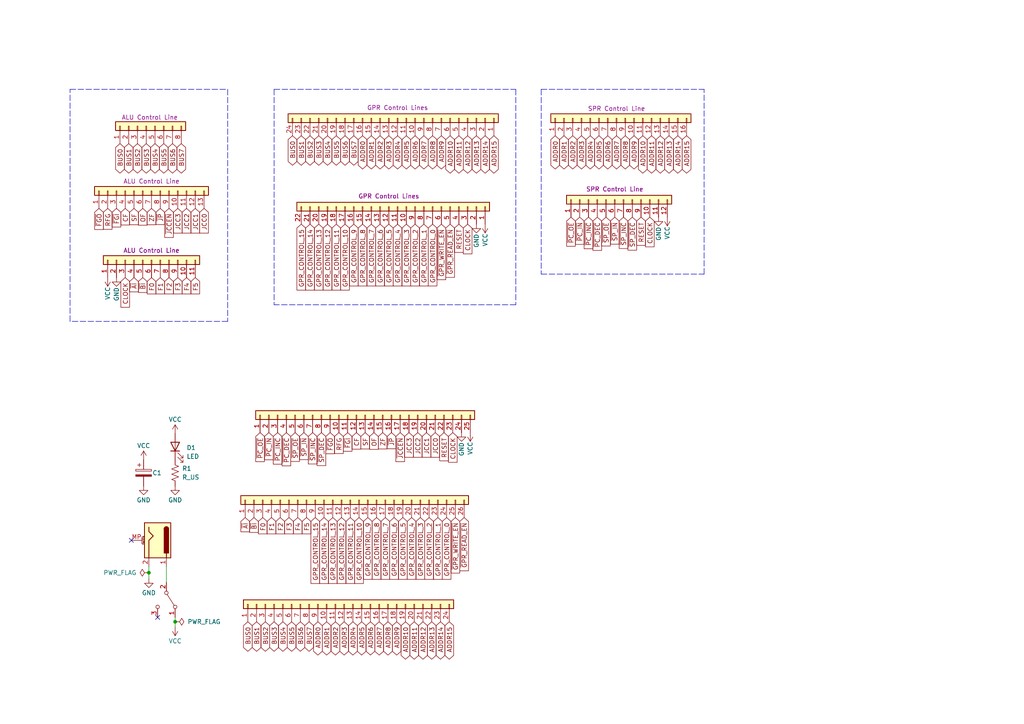
<source format=kicad_sch>
(kicad_sch (version 20211123) (generator eeschema)
  (paper "A4")
  (lib_symbols
    (symbol "Connector:Barrel_Jack_MountingPin" (pin_names hide)
      (property "Reference" "J" (at 0 5.334 0))
      (property "Value" "Barrel_Jack_MountingPin" (at 1.27 -6.35 0))
      (symbol "Barrel_Jack_MountingPin_1_1"
        (text "Mounting" (at 0 -4.191 0) (effects (font (size 0.381 0.381))))
        (pin passive line (at 7.62 2.54 180) (length 2.54) (name "~") (number "1"))
        (pin passive line (at 7.62 -2.54 180) (length 2.54) (name "~") (number "2"))
        (pin passive line (at 0 -7.62 90) (length 3.048) (name "MountPin") (number "MP"))
      )
    )
    (symbol "Connector_Generic:Conn_01x08" (pin_names (offset 1.016) hide)
      (property "Reference" "J" (at 0 10.16 0))
      (property "Value" "Conn_01x08" (at 0 -12.7 0))
      (symbol "Conn_01x08_1_1"
        (pin passive line (at -5.08 7.62 0) (length 3.81) (name "Pin_1") (number "1"))
        (pin passive line (at -5.08 5.08 0) (length 3.81) (name "Pin_2") (number "2"))
        (pin passive line (at -5.08 2.54 0) (length 3.81) (name "Pin_3") (number "3"))
        (pin passive line (at -5.08 0 0) (length 3.81) (name "Pin_4") (number "4"))
        (pin passive line (at -5.08 -2.54 0) (length 3.81) (name "Pin_5") (number "5"))
        (pin passive line (at -5.08 -5.08 0) (length 3.81) (name "Pin_6") (number "6"))
        (pin passive line (at -5.08 -7.62 0) (length 3.81) (name "Pin_7") (number "7"))
        (pin passive line (at -5.08 -10.16 0) (length 3.81) (name "Pin_8") (number "8"))
      )
    )
    (symbol "Connector_Generic:Conn_01x11" (pin_names (offset 1.016) hide)
      (property "Reference" "J" (at 0 15.24 0))
      (property "Value" "Conn_01x11" (at 0 -15.24 0))
      (symbol "Conn_01x11_1_1"
        (pin passive line (at -5.08 12.7 0) (length 3.81) (name "Pin_1") (number "1"))
        (pin passive line (at -5.08 -10.16 0) (length 3.81) (name "Pin_10") (number "10"))
        (pin passive line (at -5.08 -12.7 0) (length 3.81) (name "Pin_11") (number "11"))
        (pin passive line (at -5.08 10.16 0) (length 3.81) (name "Pin_2") (number "2"))
        (pin passive line (at -5.08 7.62 0) (length 3.81) (name "Pin_3") (number "3"))
        (pin passive line (at -5.08 5.08 0) (length 3.81) (name "Pin_4") (number "4"))
        (pin passive line (at -5.08 2.54 0) (length 3.81) (name "Pin_5") (number "5"))
        (pin passive line (at -5.08 0 0) (length 3.81) (name "Pin_6") (number "6"))
        (pin passive line (at -5.08 -2.54 0) (length 3.81) (name "Pin_7") (number "7"))
        (pin passive line (at -5.08 -5.08 0) (length 3.81) (name "Pin_8") (number "8"))
        (pin passive line (at -5.08 -7.62 0) (length 3.81) (name "Pin_9") (number "9"))
      )
    )
    (symbol "Connector_Generic:Conn_01x12" (pin_names (offset 1.016) hide)
      (property "Reference" "J" (at 0 15.24 0))
      (property "Value" "Conn_01x12" (at 0 -17.78 0))
      (symbol "Conn_01x12_1_1"
        (pin passive line (at -5.08 12.7 0) (length 3.81) (name "Pin_1") (number "1"))
        (pin passive line (at -5.08 -10.16 0) (length 3.81) (name "Pin_10") (number "10"))
        (pin passive line (at -5.08 -12.7 0) (length 3.81) (name "Pin_11") (number "11"))
        (pin passive line (at -5.08 -15.24 0) (length 3.81) (name "Pin_12") (number "12"))
        (pin passive line (at -5.08 10.16 0) (length 3.81) (name "Pin_2") (number "2"))
        (pin passive line (at -5.08 7.62 0) (length 3.81) (name "Pin_3") (number "3"))
        (pin passive line (at -5.08 5.08 0) (length 3.81) (name "Pin_4") (number "4"))
        (pin passive line (at -5.08 2.54 0) (length 3.81) (name "Pin_5") (number "5"))
        (pin passive line (at -5.08 0 0) (length 3.81) (name "Pin_6") (number "6"))
        (pin passive line (at -5.08 -2.54 0) (length 3.81) (name "Pin_7") (number "7"))
        (pin passive line (at -5.08 -5.08 0) (length 3.81) (name "Pin_8") (number "8"))
        (pin passive line (at -5.08 -7.62 0) (length 3.81) (name "Pin_9") (number "9"))
      )
    )
    (symbol "Connector_Generic:Conn_01x13" (pin_names (offset 1.016) hide)
      (property "Reference" "J" (at 0 17.78 0))
      (property "Value" "Conn_01x13" (at 0 -17.78 0))
      (symbol "Conn_01x13_1_1"
        (pin passive line (at -5.08 15.24 0) (length 3.81) (name "Pin_1") (number "1"))
        (pin passive line (at -5.08 -7.62 0) (length 3.81) (name "Pin_10") (number "10"))
        (pin passive line (at -5.08 -10.16 0) (length 3.81) (name "Pin_11") (number "11"))
        (pin passive line (at -5.08 -12.7 0) (length 3.81) (name "Pin_12") (number "12"))
        (pin passive line (at -5.08 -15.24 0) (length 3.81) (name "Pin_13") (number "13"))
        (pin passive line (at -5.08 12.7 0) (length 3.81) (name "Pin_2") (number "2"))
        (pin passive line (at -5.08 10.16 0) (length 3.81) (name "Pin_3") (number "3"))
        (pin passive line (at -5.08 7.62 0) (length 3.81) (name "Pin_4") (number "4"))
        (pin passive line (at -5.08 5.08 0) (length 3.81) (name "Pin_5") (number "5"))
        (pin passive line (at -5.08 2.54 0) (length 3.81) (name "Pin_6") (number "6"))
        (pin passive line (at -5.08 0 0) (length 3.81) (name "Pin_7") (number "7"))
        (pin passive line (at -5.08 -2.54 0) (length 3.81) (name "Pin_8") (number "8"))
        (pin passive line (at -5.08 -5.08 0) (length 3.81) (name "Pin_9") (number "9"))
      )
    )
    (symbol "Connector_Generic:Conn_01x16" (pin_names (offset 1.016) hide)
      (property "Reference" "J" (at 0 20.32 0))
      (property "Value" "Conn_01x16" (at 0 -22.86 0))
      (symbol "Conn_01x16_1_1"
        (pin passive line (at -5.08 17.78 0) (length 3.81) (name "Pin_1") (number "1"))
        (pin passive line (at -5.08 -5.08 0) (length 3.81) (name "Pin_10") (number "10"))
        (pin passive line (at -5.08 -7.62 0) (length 3.81) (name "Pin_11") (number "11"))
        (pin passive line (at -5.08 -10.16 0) (length 3.81) (name "Pin_12") (number "12"))
        (pin passive line (at -5.08 -12.7 0) (length 3.81) (name "Pin_13") (number "13"))
        (pin passive line (at -5.08 -15.24 0) (length 3.81) (name "Pin_14") (number "14"))
        (pin passive line (at -5.08 -17.78 0) (length 3.81) (name "Pin_15") (number "15"))
        (pin passive line (at -5.08 -20.32 0) (length 3.81) (name "Pin_16") (number "16"))
        (pin passive line (at -5.08 15.24 0) (length 3.81) (name "Pin_2") (number "2"))
        (pin passive line (at -5.08 12.7 0) (length 3.81) (name "Pin_3") (number "3"))
        (pin passive line (at -5.08 10.16 0) (length 3.81) (name "Pin_4") (number "4"))
        (pin passive line (at -5.08 7.62 0) (length 3.81) (name "Pin_5") (number "5"))
        (pin passive line (at -5.08 5.08 0) (length 3.81) (name "Pin_6") (number "6"))
        (pin passive line (at -5.08 2.54 0) (length 3.81) (name "Pin_7") (number "7"))
        (pin passive line (at -5.08 0 0) (length 3.81) (name "Pin_8") (number "8"))
        (pin passive line (at -5.08 -2.54 0) (length 3.81) (name "Pin_9") (number "9"))
      )
    )
    (symbol "Connector_Generic:Conn_01x22" (pin_names (offset 1.016) hide)
      (property "Reference" "J" (at 0 27.94 0))
      (property "Value" "Conn_01x22" (at 0 -30.48 0))
      (symbol "Conn_01x22_1_1"
        (pin passive line (at -5.08 25.4 0) (length 3.81) (name "Pin_1") (number "1"))
        (pin passive line (at -5.08 2.54 0) (length 3.81) (name "Pin_10") (number "10"))
        (pin passive line (at -5.08 0 0) (length 3.81) (name "Pin_11") (number "11"))
        (pin passive line (at -5.08 -2.54 0) (length 3.81) (name "Pin_12") (number "12"))
        (pin passive line (at -5.08 -5.08 0) (length 3.81) (name "Pin_13") (number "13"))
        (pin passive line (at -5.08 -7.62 0) (length 3.81) (name "Pin_14") (number "14"))
        (pin passive line (at -5.08 -10.16 0) (length 3.81) (name "Pin_15") (number "15"))
        (pin passive line (at -5.08 -12.7 0) (length 3.81) (name "Pin_16") (number "16"))
        (pin passive line (at -5.08 -15.24 0) (length 3.81) (name "Pin_17") (number "17"))
        (pin passive line (at -5.08 -17.78 0) (length 3.81) (name "Pin_18") (number "18"))
        (pin passive line (at -5.08 -20.32 0) (length 3.81) (name "Pin_19") (number "19"))
        (pin passive line (at -5.08 22.86 0) (length 3.81) (name "Pin_2") (number "2"))
        (pin passive line (at -5.08 -22.86 0) (length 3.81) (name "Pin_20") (number "20"))
        (pin passive line (at -5.08 -25.4 0) (length 3.81) (name "Pin_21") (number "21"))
        (pin passive line (at -5.08 -27.94 0) (length 3.81) (name "Pin_22") (number "22"))
        (pin passive line (at -5.08 20.32 0) (length 3.81) (name "Pin_3") (number "3"))
        (pin passive line (at -5.08 17.78 0) (length 3.81) (name "Pin_4") (number "4"))
        (pin passive line (at -5.08 15.24 0) (length 3.81) (name "Pin_5") (number "5"))
        (pin passive line (at -5.08 12.7 0) (length 3.81) (name "Pin_6") (number "6"))
        (pin passive line (at -5.08 10.16 0) (length 3.81) (name "Pin_7") (number "7"))
        (pin passive line (at -5.08 7.62 0) (length 3.81) (name "Pin_8") (number "8"))
        (pin passive line (at -5.08 5.08 0) (length 3.81) (name "Pin_9") (number "9"))
      )
    )
    (symbol "Connector_Generic:Conn_01x24" (pin_names (offset 1.016) hide)
      (property "Reference" "J" (at 0 30.48 0))
      (property "Value" "Conn_01x24" (at 0 -33.02 0))
      (symbol "Conn_01x24_1_1"
        (pin passive line (at -5.08 27.94 0) (length 3.81) (name "Pin_1") (number "1"))
        (pin passive line (at -5.08 5.08 0) (length 3.81) (name "Pin_10") (number "10"))
        (pin passive line (at -5.08 2.54 0) (length 3.81) (name "Pin_11") (number "11"))
        (pin passive line (at -5.08 0 0) (length 3.81) (name "Pin_12") (number "12"))
        (pin passive line (at -5.08 -2.54 0) (length 3.81) (name "Pin_13") (number "13"))
        (pin passive line (at -5.08 -5.08 0) (length 3.81) (name "Pin_14") (number "14"))
        (pin passive line (at -5.08 -7.62 0) (length 3.81) (name "Pin_15") (number "15"))
        (pin passive line (at -5.08 -10.16 0) (length 3.81) (name "Pin_16") (number "16"))
        (pin passive line (at -5.08 -12.7 0) (length 3.81) (name "Pin_17") (number "17"))
        (pin passive line (at -5.08 -15.24 0) (length 3.81) (name "Pin_18") (number "18"))
        (pin passive line (at -5.08 -17.78 0) (length 3.81) (name "Pin_19") (number "19"))
        (pin passive line (at -5.08 25.4 0) (length 3.81) (name "Pin_2") (number "2"))
        (pin passive line (at -5.08 -20.32 0) (length 3.81) (name "Pin_20") (number "20"))
        (pin passive line (at -5.08 -22.86 0) (length 3.81) (name "Pin_21") (number "21"))
        (pin passive line (at -5.08 -25.4 0) (length 3.81) (name "Pin_22") (number "22"))
        (pin passive line (at -5.08 -27.94 0) (length 3.81) (name "Pin_23") (number "23"))
        (pin passive line (at -5.08 -30.48 0) (length 3.81) (name "Pin_24") (number "24"))
        (pin passive line (at -5.08 22.86 0) (length 3.81) (name "Pin_3") (number "3"))
        (pin passive line (at -5.08 20.32 0) (length 3.81) (name "Pin_4") (number "4"))
        (pin passive line (at -5.08 17.78 0) (length 3.81) (name "Pin_5") (number "5"))
        (pin passive line (at -5.08 15.24 0) (length 3.81) (name "Pin_6") (number "6"))
        (pin passive line (at -5.08 12.7 0) (length 3.81) (name "Pin_7") (number "7"))
        (pin passive line (at -5.08 10.16 0) (length 3.81) (name "Pin_8") (number "8"))
        (pin passive line (at -5.08 7.62 0) (length 3.81) (name "Pin_9") (number "9"))
      )
    )
    (symbol "Connector_Generic:Conn_01x25" (pin_names (offset 1.016) hide)
      (property "Reference" "J" (at 0 33.02 0))
      (property "Value" "Conn_01x25" (at 0 -33.02 0))
      (symbol "Conn_01x25_1_1"
        (pin passive line (at -5.08 30.48 0) (length 3.81) (name "Pin_1") (number "1"))
        (pin passive line (at -5.08 7.62 0) (length 3.81) (name "Pin_10") (number "10"))
        (pin passive line (at -5.08 5.08 0) (length 3.81) (name "Pin_11") (number "11"))
        (pin passive line (at -5.08 2.54 0) (length 3.81) (name "Pin_12") (number "12"))
        (pin passive line (at -5.08 0 0) (length 3.81) (name "Pin_13") (number "13"))
        (pin passive line (at -5.08 -2.54 0) (length 3.81) (name "Pin_14") (number "14"))
        (pin passive line (at -5.08 -5.08 0) (length 3.81) (name "Pin_15") (number "15"))
        (pin passive line (at -5.08 -7.62 0) (length 3.81) (name "Pin_16") (number "16"))
        (pin passive line (at -5.08 -10.16 0) (length 3.81) (name "Pin_17") (number "17"))
        (pin passive line (at -5.08 -12.7 0) (length 3.81) (name "Pin_18") (number "18"))
        (pin passive line (at -5.08 -15.24 0) (length 3.81) (name "Pin_19") (number "19"))
        (pin passive line (at -5.08 27.94 0) (length 3.81) (name "Pin_2") (number "2"))
        (pin passive line (at -5.08 -17.78 0) (length 3.81) (name "Pin_20") (number "20"))
        (pin passive line (at -5.08 -20.32 0) (length 3.81) (name "Pin_21") (number "21"))
        (pin passive line (at -5.08 -22.86 0) (length 3.81) (name "Pin_22") (number "22"))
        (pin passive line (at -5.08 -25.4 0) (length 3.81) (name "Pin_23") (number "23"))
        (pin passive line (at -5.08 -27.94 0) (length 3.81) (name "Pin_24") (number "24"))
        (pin passive line (at -5.08 -30.48 0) (length 3.81) (name "Pin_25") (number "25"))
        (pin passive line (at -5.08 25.4 0) (length 3.81) (name "Pin_3") (number "3"))
        (pin passive line (at -5.08 22.86 0) (length 3.81) (name "Pin_4") (number "4"))
        (pin passive line (at -5.08 20.32 0) (length 3.81) (name "Pin_5") (number "5"))
        (pin passive line (at -5.08 17.78 0) (length 3.81) (name "Pin_6") (number "6"))
        (pin passive line (at -5.08 15.24 0) (length 3.81) (name "Pin_7") (number "7"))
        (pin passive line (at -5.08 12.7 0) (length 3.81) (name "Pin_8") (number "8"))
        (pin passive line (at -5.08 10.16 0) (length 3.81) (name "Pin_9") (number "9"))
      )
    )
    (symbol "Connector_Generic:Conn_01x26" (pin_names (offset 1.016) hide)
      (property "Reference" "J" (at 0 33.02 0))
      (property "Value" "Conn_01x26" (at 0 -35.56 0))
      (symbol "Conn_01x26_1_1"
        (pin passive line (at -5.08 30.48 0) (length 3.81) (name "Pin_1") (number "1"))
        (pin passive line (at -5.08 7.62 0) (length 3.81) (name "Pin_10") (number "10"))
        (pin passive line (at -5.08 5.08 0) (length 3.81) (name "Pin_11") (number "11"))
        (pin passive line (at -5.08 2.54 0) (length 3.81) (name "Pin_12") (number "12"))
        (pin passive line (at -5.08 0 0) (length 3.81) (name "Pin_13") (number "13"))
        (pin passive line (at -5.08 -2.54 0) (length 3.81) (name "Pin_14") (number "14"))
        (pin passive line (at -5.08 -5.08 0) (length 3.81) (name "Pin_15") (number "15"))
        (pin passive line (at -5.08 -7.62 0) (length 3.81) (name "Pin_16") (number "16"))
        (pin passive line (at -5.08 -10.16 0) (length 3.81) (name "Pin_17") (number "17"))
        (pin passive line (at -5.08 -12.7 0) (length 3.81) (name "Pin_18") (number "18"))
        (pin passive line (at -5.08 -15.24 0) (length 3.81) (name "Pin_19") (number "19"))
        (pin passive line (at -5.08 27.94 0) (length 3.81) (name "Pin_2") (number "2"))
        (pin passive line (at -5.08 -17.78 0) (length 3.81) (name "Pin_20") (number "20"))
        (pin passive line (at -5.08 -20.32 0) (length 3.81) (name "Pin_21") (number "21"))
        (pin passive line (at -5.08 -22.86 0) (length 3.81) (name "Pin_22") (number "22"))
        (pin passive line (at -5.08 -25.4 0) (length 3.81) (name "Pin_23") (number "23"))
        (pin passive line (at -5.08 -27.94 0) (length 3.81) (name "Pin_24") (number "24"))
        (pin passive line (at -5.08 -30.48 0) (length 3.81) (name "Pin_25") (number "25"))
        (pin passive line (at -5.08 -33.02 0) (length 3.81) (name "Pin_26") (number "26"))
        (pin passive line (at -5.08 25.4 0) (length 3.81) (name "Pin_3") (number "3"))
        (pin passive line (at -5.08 22.86 0) (length 3.81) (name "Pin_4") (number "4"))
        (pin passive line (at -5.08 20.32 0) (length 3.81) (name "Pin_5") (number "5"))
        (pin passive line (at -5.08 17.78 0) (length 3.81) (name "Pin_6") (number "6"))
        (pin passive line (at -5.08 15.24 0) (length 3.81) (name "Pin_7") (number "7"))
        (pin passive line (at -5.08 12.7 0) (length 3.81) (name "Pin_8") (number "8"))
        (pin passive line (at -5.08 10.16 0) (length 3.81) (name "Pin_9") (number "9"))
      )
    )
    (symbol "Device:C_Polarized" (pin_numbers hide) (pin_names (offset 0.254))
      (property "Reference" "C" (at 0.635 2.54 0))
      (property "Value" "C_Polarized" (at 0.635 -2.54 0))
      (symbol "C_Polarized_1_1"
        (pin passive line (at 0 3.81 270) (length 2.794) (name "~") (number "1"))
        (pin passive line (at 0 -3.81 90) (length 2.794) (name "~") (number "2"))
      )
    )
    (symbol "Device:LED" (pin_numbers hide) (pin_names (offset 1.016) hide)
      (property "Reference" "D" (at 0 2.54 0))
      (property "Value" "LED" (at 0 -2.54 0))
      (symbol "LED_1_1"
        (pin passive line (at -3.81 0 0) (length 2.54) (name "K") (number "1"))
        (pin passive line (at 3.81 0 180) (length 2.54) (name "A") (number "2"))
      )
    )
    (symbol "Device:R_US" (pin_numbers hide) (pin_names (offset 0))
      (property "Reference" "R" (at 2.54 0 90))
      (property "Value" "R_US" (at -2.54 0 90))
      (symbol "R_US_1_1"
        (pin passive line (at 0 3.81 270) (length 1.27) (name "~") (number "1"))
        (pin passive line (at 0 -3.81 90) (length 1.27) (name "~") (number "2"))
      )
    )
    (symbol "Switch:SW_DPDT_x2" (pin_names (offset 0) hide)
      (property "Reference" "SW" (at 0 4.318 0))
      (property "Value" "SW_DPDT_x2" (at 0 -5.08 0))
      (symbol "SW_DPDT_x2_1_1"
        (pin passive line (at 5.08 2.54 180) (length 2.54) (name "A") (number "1"))
        (pin passive line (at -5.08 0 0) (length 2.54) (name "B") (number "2"))
        (pin passive line (at 5.08 -2.54 180) (length 2.54) (name "C") (number "3"))
      )
      (symbol "SW_DPDT_x2_2_1"
        (pin passive line (at 5.08 2.54 180) (length 2.54) (name "A") (number "4"))
        (pin passive line (at -5.08 0 0) (length 2.54) (name "B") (number "5"))
        (pin passive line (at 5.08 -2.54 180) (length 2.54) (name "C") (number "6"))
      )
    )
    (symbol "power:GND" (power) (pin_names (offset 0))
      (property "Value" "GND" (at 0 -3.81 0))
      (symbol "GND_1_1"
        (pin power_in line (at 0 0 270) (length 0) hide (name "GND") (number "1"))
      )
    )
    (symbol "power:PWR_FLAG" (power) (pin_numbers hide) (pin_names (offset 0) hide)
      (property "Value" "PWR_FLAG" (at 0 3.81 0))
      (symbol "PWR_FLAG_0_0"
        (pin power_out line (at 0 0 90) (length 0) (name "pwr") (number "1"))
      )
    )
    (symbol "power:VCC" (power) (pin_names (offset 0))
      (property "Value" "VCC" (at 0 3.81 0))
      (symbol "VCC_1_1"
        (pin power_in line (at 0 0 90) (length 0) hide (name "VCC") (number "1"))
      )
    )
  )
  (junction (at 43.18 166.116))
  (junction (at 50.8 180.34))
  (no_connect (at 38.1 156.718))
  (no_connect (at 45.72 179.07))
  (wire (pts (xy 50.8 180.34) (xy 50.8 181.864)))
  (polyline (pts (xy 79.502 25.908) (xy 79.502 88.392)))
  (polyline (pts (xy 156.972 25.908) (xy 204.216 25.908)))
  (wire (pts (xy 50.8 179.07) (xy 50.8 180.34)))
  (polyline (pts (xy 156.972 79.502) (xy 204.216 79.502)))
  (wire (pts (xy 43.18 166.116) (xy 43.18 167.894)))
  (polyline (pts (xy 20.32 93.218) (xy 20.32 25.908)))
  (polyline (pts (xy 204.216 79.502) (xy 204.216 25.908)))
  (wire (pts (xy 43.18 164.338) (xy 43.18 166.116)))
  (polyline (pts (xy 20.32 25.908) (xy 66.04 25.908)))
  (polyline (pts (xy 79.502 25.908) (xy 149.606 25.908)))
  (polyline (pts (xy 149.606 25.908) (xy 149.606 88.392)))
  (polyline (pts (xy 156.972 25.908) (xy 156.972 79.502)))
  (polyline (pts (xy 149.606 88.392) (xy 79.502 88.392)))
  (polyline (pts (xy 66.04 93.218) (xy 20.32 93.218)))
  (polyline (pts (xy 66.04 25.908) (xy 66.04 93.218)))
  (wire (pts (xy 48.26 164.338) (xy 48.26 168.91)))
  (global_label "ADDR6" (shape tri_state) (at 176.276 39.37 270) (property "Intersheet References" "${INTERSHEET_REFS}" (effects hide)))
  (global_label "~{SP_DEC}" (shape input) (at 93.218 125.476 270) (property "Intersheet References" "${INTERSHEET_REFS}" (effects hide)))
  (global_label "~{GPR_WRITE_EN}" (shape input) (at 128.016 65.024 270) (property "Intersheet References" "${INTERSHEET_REFS}" (effects hide)))
  (global_label "ADDR2" (shape tri_state) (at 110.236 39.37 270) (property "Intersheet References" "${INTERSHEET_REFS}" (effects hide)))
  (global_label "~{JCCEN}" (shape input) (at 49.022 60.452 270) (property "Intersheet References" "${INTERSHEET_REFS}" (effects hide)))
  (global_label "JCC1" (shape input) (at 56.642 60.452 270) (property "Intersheet References" "${INTERSHEET_REFS}" (effects hide)))
  (global_label "BUS6" (shape tri_state) (at 50.038 41.656 270) (property "Intersheet References" "${INTERSHEET_REFS}" (effects hide)))
  (global_label "GPR_CONTROL_5" (shape input) (at 112.776 65.024 270) (property "Intersheet References" "${INTERSHEET_REFS}" (effects hide)))
  (global_label "~{PC_INC}" (shape input) (at 170.688 62.992 270) (property "Intersheet References" "${INTERSHEET_REFS}" (effects hide)))
  (global_label "~{SP_INC}" (shape input) (at 90.678 125.476 270) (property "Intersheet References" "${INTERSHEET_REFS}" (effects hide)))
  (global_label "~{FGI}" (shape input) (at 100.838 125.476 270) (property "Intersheet References" "${INTERSHEET_REFS}" (effects hide)))
  (global_label "ADDR14" (shape tri_state) (at 140.716 39.37 270) (property "Intersheet References" "${INTERSHEET_REFS}" (effects hide)))
  (global_label "ADDR15" (shape tri_state) (at 199.136 39.37 270) (property "Intersheet References" "${INTERSHEET_REFS}" (effects hide)))
  (global_label "JCC0" (shape input) (at 59.182 60.452 270) (property "Intersheet References" "${INTERSHEET_REFS}" (effects hide)))
  (global_label "RESET" (shape input) (at 185.928 62.992 270) (property "Intersheet References" "${INTERSHEET_REFS}" (effects hide)))
  (global_label "ZF" (shape input) (at 110.998 125.476 270) (property "Intersheet References" "${INTERSHEET_REFS}" (effects hide)))
  (global_label "JCC0" (shape input) (at 126.238 125.476 270) (property "Intersheet References" "${INTERSHEET_REFS}" (effects hide)))
  (global_label "ADDR11" (shape tri_state) (at 120.142 180.34 270) (property "Intersheet References" "${INTERSHEET_REFS}" (effects hide)))
  (global_label "GPR_CONTROL_14" (shape input) (at 89.916 65.024 270) (property "Intersheet References" "${INTERSHEET_REFS}" (effects hide)))
  (global_label "~{FGO}" (shape input) (at 95.758 125.476 270) (property "Intersheet References" "${INTERSHEET_REFS}" (effects hide)))
  (global_label "GPR_CONTROL_12" (shape input) (at 99.06 150.114 270) (property "Intersheet References" "${INTERSHEET_REFS}" (effects hide)))
  (global_label "ADDR6" (shape tri_state) (at 107.442 180.34 270) (property "Intersheet References" "${INTERSHEET_REFS}" (effects hide)))
  (global_label "CLOCK" (shape input) (at 135.636 65.024 270) (property "Intersheet References" "${INTERSHEET_REFS}" (effects hide)))
  (global_label "~{JP}" (shape input) (at 46.482 60.452 270) (property "Intersheet References" "${INTERSHEET_REFS}" (effects hide)))
  (global_label "BUS3" (shape tri_state) (at 92.456 39.37 270) (property "Intersheet References" "${INTERSHEET_REFS}" (effects hide)))
  (global_label "ADDR0" (shape tri_state) (at 161.036 39.37 270) (property "Intersheet References" "${INTERSHEET_REFS}" (effects hide)))
  (global_label "F5" (shape input) (at 56.642 80.518 270) (property "Intersheet References" "${INTERSHEET_REFS}" (effects hide)))
  (global_label "ADDR5" (shape tri_state) (at 173.736 39.37 270) (property "Intersheet References" "${INTERSHEET_REFS}" (effects hide)))
  (global_label "BUS2" (shape tri_state) (at 76.962 180.34 270) (property "Intersheet References" "${INTERSHEET_REFS}" (effects hide)))
  (global_label "RFG" (shape input) (at 98.298 125.476 270) (property "Intersheet References" "${INTERSHEET_REFS}" (effects hide)))
  (global_label "CLOCK" (shape input) (at 188.468 62.992 270) (property "Intersheet References" "${INTERSHEET_REFS}" (effects hide)))
  (global_label "GPR_CONTROL_10" (shape input) (at 104.14 150.114 270) (property "Intersheet References" "${INTERSHEET_REFS}" (effects hide)))
  (global_label "F1" (shape input) (at 46.482 80.518 270) (property "Intersheet References" "${INTERSHEET_REFS}" (effects hide)))
  (global_label "F0" (shape input) (at 76.2 150.114 270) (property "Intersheet References" "${INTERSHEET_REFS}" (effects hide)))
  (global_label "ADDR3" (shape tri_state) (at 112.776 39.37 270) (property "Intersheet References" "${INTERSHEET_REFS}" (effects hide)))
  (global_label "ADDR2" (shape tri_state) (at 97.282 180.34 270) (property "Intersheet References" "${INTERSHEET_REFS}" (effects hide)))
  (global_label "ADDR11" (shape tri_state) (at 188.976 39.37 270) (property "Intersheet References" "${INTERSHEET_REFS}" (effects hide)))
  (global_label "ADDR13" (shape tri_state) (at 125.222 180.34 270) (property "Intersheet References" "${INTERSHEET_REFS}" (effects hide)))
  (global_label "~{SP_INC}" (shape input) (at 180.848 62.992 270) (property "Intersheet References" "${INTERSHEET_REFS}" (effects hide)))
  (global_label "~{JCCEN}" (shape input) (at 116.078 125.476 270) (property "Intersheet References" "${INTERSHEET_REFS}" (effects hide)))
  (global_label "CF" (shape input) (at 103.378 125.476 270) (property "Intersheet References" "${INTERSHEET_REFS}" (effects hide)))
  (global_label "GPR_CONTROL_9" (shape input) (at 102.616 65.024 270) (property "Intersheet References" "${INTERSHEET_REFS}" (effects hide)))
  (global_label "ADDR0" (shape tri_state) (at 105.156 39.37 270) (property "Intersheet References" "${INTERSHEET_REFS}" (effects hide)))
  (global_label "BUS1" (shape tri_state) (at 87.376 39.37 270) (property "Intersheet References" "${INTERSHEET_REFS}" (effects hide)))
  (global_label "CF" (shape input) (at 36.322 60.452 270) (property "Intersheet References" "${INTERSHEET_REFS}" (effects hide)))
  (global_label "~{GPR_READ_EN}" (shape input) (at 130.556 65.024 270) (property "Intersheet References" "${INTERSHEET_REFS}" (effects hide)))
  (global_label "ADDR7" (shape tri_state) (at 109.982 180.34 270) (property "Intersheet References" "${INTERSHEET_REFS}" (effects hide)))
  (global_label "BUS6" (shape tri_state) (at 87.122 180.34 270) (property "Intersheet References" "${INTERSHEET_REFS}" (effects hide)))
  (global_label "CLOCK" (shape input) (at 36.322 80.518 270) (property "Intersheet References" "${INTERSHEET_REFS}" (effects hide)))
  (global_label "ADDR8" (shape tri_state) (at 181.356 39.37 270) (property "Intersheet References" "${INTERSHEET_REFS}" (effects hide)))
  (global_label "F2" (shape input) (at 81.28 150.114 270) (property "Intersheet References" "${INTERSHEET_REFS}" (effects hide)))
  (global_label "BUS3" (shape tri_state) (at 79.502 180.34 270) (property "Intersheet References" "${INTERSHEET_REFS}" (effects hide)))
  (global_label "~{PC_IN}" (shape input) (at 77.978 125.476 270) (property "Intersheet References" "${INTERSHEET_REFS}" (effects hide)))
  (global_label "~{GPR_READ_EN}" (shape input) (at 134.62 150.114 270) (property "Intersheet References" "${INTERSHEET_REFS}" (effects hide)))
  (global_label "BUS7" (shape tri_state) (at 102.616 39.37 270) (property "Intersheet References" "${INTERSHEET_REFS}" (effects hide)))
  (global_label "F0" (shape input) (at 43.942 80.518 270) (property "Intersheet References" "${INTERSHEET_REFS}" (effects hide)))
  (global_label "~{SP_IN}" (shape input) (at 88.138 125.476 270) (property "Intersheet References" "${INTERSHEET_REFS}" (effects hide)))
  (global_label "~{AI}" (shape input) (at 71.12 150.114 270) (property "Intersheet References" "${INTERSHEET_REFS}" (effects hide)))
  (global_label "ADDR10" (shape tri_state) (at 117.602 180.34 270) (property "Intersheet References" "${INTERSHEET_REFS}" (effects hide)))
  (global_label "BUS2" (shape tri_state) (at 89.916 39.37 270) (property "Intersheet References" "${INTERSHEET_REFS}" (effects hide)))
  (global_label "JCC3" (shape input) (at 118.618 125.476 270) (property "Intersheet References" "${INTERSHEET_REFS}" (effects hide)))
  (global_label "BUS5" (shape tri_state) (at 47.498 41.656 270) (property "Intersheet References" "${INTERSHEET_REFS}" (effects hide)))
  (global_label "~{BI}" (shape input) (at 41.402 80.518 270) (property "Intersheet References" "${INTERSHEET_REFS}" (effects hide)))
  (global_label "~{PC_INC}" (shape input) (at 80.518 125.476 270) (property "Intersheet References" "${INTERSHEET_REFS}" (effects hide)))
  (global_label "BUS5" (shape tri_state) (at 97.536 39.37 270) (property "Intersheet References" "${INTERSHEET_REFS}" (effects hide)))
  (global_label "GPR_CONTROL_13" (shape input) (at 92.456 65.024 270) (property "Intersheet References" "${INTERSHEET_REFS}" (effects hide)))
  (global_label "F3" (shape input) (at 83.82 150.114 270) (property "Intersheet References" "${INTERSHEET_REFS}" (effects hide)))
  (global_label "ADDR8" (shape tri_state) (at 112.522 180.34 270) (property "Intersheet References" "${INTERSHEET_REFS}" (effects hide)))
  (global_label "~{SP_IN}" (shape input) (at 178.308 62.992 270) (property "Intersheet References" "${INTERSHEET_REFS}" (effects hide)))
  (global_label "GPR_CONTROL_4" (shape input) (at 115.316 65.024 270) (property "Intersheet References" "${INTERSHEET_REFS}" (effects hide)))
  (global_label "GPR_CONTROL_8" (shape input) (at 109.22 150.114 270) (property "Intersheet References" "${INTERSHEET_REFS}" (effects hide)))
  (global_label "~{GPR_WRITE_EN}" (shape input) (at 132.08 150.114 270) (property "Intersheet References" "${INTERSHEET_REFS}" (effects hide)))
  (global_label "ADDR13" (shape tri_state) (at 194.056 39.37 270) (property "Intersheet References" "${INTERSHEET_REFS}" (effects hide)))
  (global_label "~{AI}" (shape input) (at 38.862 80.518 270) (property "Intersheet References" "${INTERSHEET_REFS}" (effects hide)))
  (global_label "GPR_CONTROL_2" (shape input) (at 124.46 150.114 270) (property "Intersheet References" "${INTERSHEET_REFS}" (effects hide)))
  (global_label "OF" (shape input) (at 108.458 125.476 270) (property "Intersheet References" "${INTERSHEET_REFS}" (effects hide)))
  (global_label "ADDR4" (shape tri_state) (at 171.196 39.37 270) (property "Intersheet References" "${INTERSHEET_REFS}" (effects hide)))
  (global_label "~{SP_OE}" (shape input) (at 85.598 125.476 270) (property "Intersheet References" "${INTERSHEET_REFS}" (effects hide)))
  (global_label "GPR_CONTROL_15" (shape input) (at 91.44 150.114 270) (property "Intersheet References" "${INTERSHEET_REFS}" (effects hide)))
  (global_label "~{BI}" (shape input) (at 73.66 150.114 270) (property "Intersheet References" "${INTERSHEET_REFS}" (effects hide)))
  (global_label "ADDR9" (shape tri_state) (at 183.896 39.37 270) (property "Intersheet References" "${INTERSHEET_REFS}" (effects hide)))
  (global_label "ADDR3" (shape tri_state) (at 99.822 180.34 270) (property "Intersheet References" "${INTERSHEET_REFS}" (effects hide)))
  (global_label "ADDR1" (shape tri_state) (at 107.696 39.37 270) (property "Intersheet References" "${INTERSHEET_REFS}" (effects hide)))
  (global_label "ADDR14" (shape tri_state) (at 127.762 180.34 270) (property "Intersheet References" "${INTERSHEET_REFS}" (effects hide)))
  (global_label "GPR_CONTROL_6" (shape input) (at 110.236 65.024 270) (property "Intersheet References" "${INTERSHEET_REFS}" (effects hide)))
  (global_label "ADDR5" (shape tri_state) (at 104.902 180.34 270) (property "Intersheet References" "${INTERSHEET_REFS}" (effects hide)))
  (global_label "BUS1" (shape tri_state) (at 37.338 41.656 270) (property "Intersheet References" "${INTERSHEET_REFS}" (effects hide)))
  (global_label "F4" (shape input) (at 86.36 150.114 270) (property "Intersheet References" "${INTERSHEET_REFS}" (effects hide)))
  (global_label "ADDR13" (shape tri_state) (at 138.176 39.37 270) (property "Intersheet References" "${INTERSHEET_REFS}" (effects hide)))
  (global_label "SF" (shape input) (at 38.862 60.452 270) (property "Intersheet References" "${INTERSHEET_REFS}" (effects hide)))
  (global_label "ADDR12" (shape tri_state) (at 135.636 39.37 270) (property "Intersheet References" "${INTERSHEET_REFS}" (effects hide)))
  (global_label "RFG" (shape input) (at 31.242 60.452 270) (property "Intersheet References" "${INTERSHEET_REFS}" (effects hide)))
  (global_label "JCC1" (shape input) (at 123.698 125.476 270) (property "Intersheet References" "${INTERSHEET_REFS}" (effects hide)))
  (global_label "GPR_CONTROL_14" (shape input) (at 93.98 150.114 270) (property "Intersheet References" "${INTERSHEET_REFS}" (effects hide)))
  (global_label "GPR_CONTROL_12" (shape input) (at 94.996 65.024 270) (property "Intersheet References" "${INTERSHEET_REFS}" (effects hide)))
  (global_label "GPR_CONTROL_11" (shape input) (at 101.6 150.114 270) (property "Intersheet References" "${INTERSHEET_REFS}" (effects hide)))
  (global_label "JCC2" (shape input) (at 54.102 60.452 270) (property "Intersheet References" "${INTERSHEET_REFS}" (effects hide)))
  (global_label "GPR_CONTROL_7" (shape input) (at 107.696 65.024 270) (property "Intersheet References" "${INTERSHEET_REFS}" (effects hide)))
  (global_label "GPR_CONTROL_13" (shape input) (at 96.52 150.114 270) (property "Intersheet References" "${INTERSHEET_REFS}" (effects hide)))
  (global_label "ADDR15" (shape tri_state) (at 130.302 180.34 270) (property "Intersheet References" "${INTERSHEET_REFS}" (effects hide)))
  (global_label "ADDR7" (shape tri_state) (at 122.936 39.37 270) (property "Intersheet References" "${INTERSHEET_REFS}" (effects hide)))
  (global_label "~{PC_OE}" (shape input) (at 165.608 62.992 270) (property "Intersheet References" "${INTERSHEET_REFS}" (effects hide)))
  (global_label "BUS3" (shape tri_state) (at 42.418 41.656 270) (property "Intersheet References" "${INTERSHEET_REFS}" (effects hide)))
  (global_label "ZF" (shape input) (at 43.942 60.452 270) (property "Intersheet References" "${INTERSHEET_REFS}" (effects hide)))
  (global_label "ADDR12" (shape tri_state) (at 122.682 180.34 270) (property "Intersheet References" "${INTERSHEET_REFS}" (effects hide)))
  (global_label "ADDR4" (shape tri_state) (at 102.362 180.34 270) (property "Intersheet References" "${INTERSHEET_REFS}" (effects hide)))
  (global_label "ADDR11" (shape tri_state) (at 133.096 39.37 270) (property "Intersheet References" "${INTERSHEET_REFS}" (effects hide)))
  (global_label "ADDR7" (shape tri_state) (at 178.816 39.37 270) (property "Intersheet References" "${INTERSHEET_REFS}" (effects hide)))
  (global_label "ADDR15" (shape tri_state) (at 143.256 39.37 270) (property "Intersheet References" "${INTERSHEET_REFS}" (effects hide)))
  (global_label "BUS4" (shape tri_state) (at 94.996 39.37 270) (property "Intersheet References" "${INTERSHEET_REFS}" (effects hide)))
  (global_label "BUS6" (shape tri_state) (at 100.076 39.37 270) (property "Intersheet References" "${INTERSHEET_REFS}" (effects hide)))
  (global_label "BUS1" (shape tri_state) (at 74.422 180.34 270) (property "Intersheet References" "${INTERSHEET_REFS}" (effects hide)))
  (global_label "~{FGO}" (shape input) (at 28.702 60.452 270) (property "Intersheet References" "${INTERSHEET_REFS}" (effects hide)))
  (global_label "ADDR4" (shape tri_state) (at 115.316 39.37 270) (property "Intersheet References" "${INTERSHEET_REFS}" (effects hide)))
  (global_label "F2" (shape input) (at 49.022 80.518 270) (property "Intersheet References" "${INTERSHEET_REFS}" (effects hide)))
  (global_label "~{SP_DEC}" (shape input) (at 183.388 62.992 270) (property "Intersheet References" "${INTERSHEET_REFS}" (effects hide)))
  (global_label "GPR_CONTROL_6" (shape input) (at 114.3 150.114 270) (property "Intersheet References" "${INTERSHEET_REFS}" (effects hide)))
  (global_label "ADDR8" (shape tri_state) (at 125.476 39.37 270) (property "Intersheet References" "${INTERSHEET_REFS}" (effects hide)))
  (global_label "GPR_CONTROL_15" (shape input) (at 87.376 65.024 270) (property "Intersheet References" "${INTERSHEET_REFS}" (effects hide)))
  (global_label "SF" (shape input) (at 105.918 125.476 270) (property "Intersheet References" "${INTERSHEET_REFS}" (effects hide)))
  (global_label "~{PC_IN}" (shape input) (at 168.148 62.992 270) (property "Intersheet References" "${INTERSHEET_REFS}" (effects hide)))
  (global_label "GPR_CONTROL_2" (shape input) (at 120.396 65.024 270) (property "Intersheet References" "${INTERSHEET_REFS}" (effects hide)))
  (global_label "ADDR10" (shape tri_state) (at 186.436 39.37 270) (property "Intersheet References" "${INTERSHEET_REFS}" (effects hide)))
  (global_label "~{PC_OE}" (shape input) (at 75.438 125.476 270) (property "Intersheet References" "${INTERSHEET_REFS}" (effects hide)))
  (global_label "BUS5" (shape tri_state) (at 84.582 180.34 270) (property "Intersheet References" "${INTERSHEET_REFS}" (effects hide)))
  (global_label "ADDR5" (shape tri_state) (at 117.856 39.37 270) (property "Intersheet References" "${INTERSHEET_REFS}" (effects hide)))
  (global_label "GPR_CONTROL_0" (shape input) (at 125.476 65.024 270) (property "Intersheet References" "${INTERSHEET_REFS}" (effects hide)))
  (global_label "ADDR0" (shape tri_state) (at 92.202 180.34 270) (property "Intersheet References" "${INTERSHEET_REFS}" (effects hide)))
  (global_label "ADDR2" (shape tri_state) (at 166.116 39.37 270) (property "Intersheet References" "${INTERSHEET_REFS}" (effects hide)))
  (global_label "ADDR9" (shape tri_state) (at 115.062 180.34 270) (property "Intersheet References" "${INTERSHEET_REFS}" (effects hide)))
  (global_label "GPR_CONTROL_3" (shape input) (at 121.92 150.114 270) (property "Intersheet References" "${INTERSHEET_REFS}" (effects hide)))
  (global_label "JCC3" (shape input) (at 51.562 60.452 270) (property "Intersheet References" "${INTERSHEET_REFS}" (effects hide)))
  (global_label "~{PC_DEC}" (shape input) (at 173.228 62.992 270) (property "Intersheet References" "${INTERSHEET_REFS}" (effects hide)))
  (global_label "BUS7" (shape tri_state) (at 89.662 180.34 270) (property "Intersheet References" "${INTERSHEET_REFS}" (effects hide)))
  (global_label "GPR_CONTROL_11" (shape input) (at 97.536 65.024 270) (property "Intersheet References" "${INTERSHEET_REFS}" (effects hide)))
  (global_label "ADDR9" (shape tri_state) (at 128.016 39.37 270) (property "Intersheet References" "${INTERSHEET_REFS}" (effects hide)))
  (global_label "CLOCK" (shape input) (at 131.318 125.476 270) (property "Intersheet References" "${INTERSHEET_REFS}" (effects hide)))
  (global_label "GPR_CONTROL_10" (shape input) (at 100.076 65.024 270) (property "Intersheet References" "${INTERSHEET_REFS}" (effects hide)))
  (global_label "~{SP_OE}" (shape input) (at 175.768 62.992 270) (property "Intersheet References" "${INTERSHEET_REFS}" (effects hide)))
  (global_label "BUS2" (shape tri_state) (at 39.878 41.656 270) (property "Intersheet References" "${INTERSHEET_REFS}" (effects hide)))
  (global_label "BUS0" (shape tri_state) (at 34.798 41.656 270) (property "Intersheet References" "${INTERSHEET_REFS}" (effects hide)))
  (global_label "RESET" (shape input) (at 128.778 125.476 270) (property "Intersheet References" "${INTERSHEET_REFS}" (effects hide)))
  (global_label "~{FGI}" (shape input) (at 33.782 60.452 270) (property "Intersheet References" "${INTERSHEET_REFS}" (effects hide)))
  (global_label "~{JP}" (shape input) (at 113.538 125.476 270) (property "Intersheet References" "${INTERSHEET_REFS}" (effects hide)))
  (global_label "BUS0" (shape tri_state) (at 84.836 39.37 270) (property "Intersheet References" "${INTERSHEET_REFS}" (effects hide)))
  (global_label "ADDR3" (shape tri_state) (at 168.656 39.37 270) (property "Intersheet References" "${INTERSHEET_REFS}" (effects hide)))
  (global_label "GPR_CONTROL_4" (shape input) (at 119.38 150.114 270) (property "Intersheet References" "${INTERSHEET_REFS}" (effects hide)))
  (global_label "GPR_CONTROL_8" (shape input) (at 105.156 65.024 270) (property "Intersheet References" "${INTERSHEET_REFS}" (effects hide)))
  (global_label "BUS7" (shape tri_state) (at 52.578 41.656 270) (property "Intersheet References" "${INTERSHEET_REFS}" (effects hide)))
  (global_label "ADDR14" (shape tri_state) (at 196.596 39.37 270) (property "Intersheet References" "${INTERSHEET_REFS}" (effects hide)))
  (global_label "BUS4" (shape tri_state) (at 82.042 180.34 270) (property "Intersheet References" "${INTERSHEET_REFS}" (effects hide)))
  (global_label "GPR_CONTROL_7" (shape input) (at 111.76 150.114 270) (property "Intersheet References" "${INTERSHEET_REFS}" (effects hide)))
  (global_label "RESET" (shape input) (at 133.096 65.024 270) (property "Intersheet References" "${INTERSHEET_REFS}" (effects hide)))
  (global_label "F5" (shape input) (at 88.9 150.114 270) (property "Intersheet References" "${INTERSHEET_REFS}" (effects hide)))
  (global_label "ADDR12" (shape tri_state) (at 191.516 39.37 270) (property "Intersheet References" "${INTERSHEET_REFS}" (effects hide)))
  (global_label "OF" (shape input) (at 41.402 60.452 270) (property "Intersheet References" "${INTERSHEET_REFS}" (effects hide)))
  (global_label "GPR_CONTROL_3" (shape input) (at 117.856 65.024 270) (property "Intersheet References" "${INTERSHEET_REFS}" (effects hide)))
  (global_label "ADDR1" (shape tri_state) (at 94.742 180.34 270) (property "Intersheet References" "${INTERSHEET_REFS}" (effects hide)))
  (global_label "GPR_CONTROL_5" (shape input) (at 116.84 150.114 270) (property "Intersheet References" "${INTERSHEET_REFS}" (effects hide)))
  (global_label "F1" (shape input) (at 78.74 150.114 270) (property "Intersheet References" "${INTERSHEET_REFS}" (effects hide)))
  (global_label "ADDR10" (shape tri_state) (at 130.556 39.37 270) (property "Intersheet References" "${INTERSHEET_REFS}" (effects hide)))
  (global_label "BUS0" (shape tri_state) (at 71.882 180.34 270) (property "Intersheet References" "${INTERSHEET_REFS}" (effects hide)))
  (global_label "ADDR1" (shape tri_state) (at 163.576 39.37 270) (property "Intersheet References" "${INTERSHEET_REFS}" (effects hide)))
  (global_label "GPR_CONTROL_1" (shape input) (at 127 150.114 270) (property "Intersheet References" "${INTERSHEET_REFS}" (effects hide)))
  (global_label "GPR_CONTROL_9" (shape input) (at 106.68 150.114 270) (property "Intersheet References" "${INTERSHEET_REFS}" (effects hide)))
  (global_label "~{PC_DEC}" (shape input) (at 83.058 125.476 270) (property "Intersheet References" "${INTERSHEET_REFS}" (effects hide)))
  (global_label "JCC2" (shape input) (at 121.158 125.476 270) (property "Intersheet References" "${INTERSHEET_REFS}" (effects hide)))
  (global_label "F3" (shape input) (at 51.562 80.518 270) (property "Intersheet References" "${INTERSHEET_REFS}" (effects hide)))
  (global_label "ADDR6" (shape tri_state) (at 120.396 39.37 270) (property "Intersheet References" "${INTERSHEET_REFS}" (effects hide)))
  (global_label "GPR_CONTROL_1" (shape input) (at 122.936 65.024 270) (property "Intersheet References" "${INTERSHEET_REFS}" (effects hide)))
  (global_label "GPR_CONTROL_0" (shape input) (at 129.54 150.114 270) (property "Intersheet References" "${INTERSHEET_REFS}" (effects hide)))
  (global_label "BUS4" (shape tri_state) (at 44.958 41.656 270) (property "Intersheet References" "${INTERSHEET_REFS}" (effects hide)))
  (global_label "F4" (shape input) (at 54.102 80.518 270) (property "Intersheet References" "${INTERSHEET_REFS}" (effects hide)))
  (symbol (lib_id "Connector_Generic:Conn_01x25") (at 105.918 120.396 90) (unit 1)
    (property "Reference" "J11" (effects hide))
    (property "Value" "Conn_01x25" (effects hide))
    (property "Footprint" "Connector_PinHeader_2.54mm:PinHeader_1x25_P2.54mm_Vertical" (effects hide))
  )
  (symbol (lib_id "power:PWR_FLAG") (at 50.8 180.34 270) (unit 1)
    (property "Reference" "#FLG0102" (effects hide))
    (property "Value" "PWR_FLAG" (at 54.356 180.3399 90) (effects (justify left)))
  )
  (symbol (lib_id "Connector_Generic:Conn_01x12") (at 178.308 57.912 90) (unit 1)
    (property "Reference" "J6" (effects hide))
    (property "Value" "Conn_01x12" (effects hide))
    (property "Footprint" "Connector_PinHeader_2.54mm:PinHeader_1x12_P2.54mm_Vertical" (effects hide))
    (property "Field4" "SPR Control Line" (at 178.308 54.864 90))
  )
  (symbol (lib_id "Connector_Generic:Conn_01x24") (at 115.316 34.29 270) (mirror x) (unit 1)
    (property "Reference" "J4" (effects hide))
    (property "Value" "Conn_01x24" (effects hide))
    (property "Footprint" "Connector_PinHeader_2.54mm:PinHeader_1x24_P2.54mm_Vertical" (effects hide))
    (property "Field4" "GPR Control Lines" (at 115.316 31.242 90))
  )
  (symbol (lib_id "power:VCC") (at 50.8 125.73 0) (mirror y) (unit 1)
    (property "Reference" "#PWR0111" (effects hide))
    (property "Value" "VCC" (at 50.8 121.666 0))
  )
  (symbol (lib_id "power:VCC") (at 50.8 181.864 0) (mirror x) (unit 1)
    (property "Reference" "#PWR0107" (effects hide))
    (property "Value" "VCC" (at 50.8 185.928 0))
  )
  (symbol (lib_id "power:GND") (at 191.008 62.992 0) (unit 1)
    (property "Reference" "#PWR0105" (effects hide))
    (property "Value" "GND" (at 191.008 67.818 90))
  )
  (symbol (lib_id "power:GND") (at 43.18 167.894 0) (mirror y) (unit 1)
    (property "Reference" "#PWR0108" (effects hide))
    (property "Value" "GND" (at 43.18 171.958 0))
  )
  (symbol (lib_id "Device:C_Polarized") (at 41.656 137.16 0) (unit 1)
    (property "Reference" "C1" (at 44.196 137.16 0) (effects (justify left)))
    (property "Value" "C_Polarized" (effects hide))
    (property "Footprint" "Capacitor_SMD:CP_Elec_5x5.9" (effects hide))
  )
  (symbol (lib_id "Connector_Generic:Conn_01x08") (at 42.418 36.576 90) (unit 1)
    (property "Reference" "J1" (effects hide))
    (property "Value" "Conn_01x08" (effects hide))
    (property "Footprint" "Connector_PinHeader_2.54mm:PinHeader_1x08_P2.54mm_Vertical" (effects hide))
    (property "Field4" "ALU Control Line" (at 43.434 34.036 90))
  )
  (symbol (lib_id "Connector_Generic:Conn_01x24") (at 99.822 175.26 90) (unit 1)
    (property "Reference" "J8" (effects hide))
    (property "Value" "Conn_01x24" (effects hide))
    (property "Footprint" "Connector_PinHeader_2.54mm:PinHeader_1x24_P2.54mm_Vertical" (effects hide))
  )
  (symbol (lib_id "power:VCC") (at 136.398 125.476 180) (unit 1)
    (property "Reference" "#PWR0113" (effects hide))
    (property "Value" "VCC" (at 136.398 130.048 90))
  )
  (symbol (lib_id "Device:R_US") (at 50.8 137.16 0) (unit 1)
    (property "Reference" "R1" (at 52.832 135.8899 0) (effects (justify left)))
    (property "Value" "R_US" (at 52.832 138.4299 0) (effects (justify left)))
    (property "Footprint" "Resistor_SMD:R_0805_2012Metric" (effects hide))
  )
  (symbol (lib_id "power:GND") (at 133.858 125.476 0) (unit 1)
    (property "Reference" "#PWR0114" (effects hide))
    (property "Value" "GND" (at 133.858 130.302 90))
  )
  (symbol (lib_id "power:VCC") (at 41.656 133.35 0) (mirror y) (unit 1)
    (property "Reference" "#PWR0110" (effects hide))
    (property "Value" "VCC" (at 41.656 129.286 0))
  )
  (symbol (lib_id "power:GND") (at 50.8 140.97 0) (mirror y) (unit 1)
    (property "Reference" "#PWR0112" (effects hide))
    (property "Value" "GND" (at 50.8 145.034 0))
  )
  (symbol (lib_id "power:GND") (at 138.176 65.024 0) (unit 1)
    (property "Reference" "#PWR0102" (effects hide))
    (property "Value" "GND" (at 138.176 69.85 90))
  )
  (symbol (lib_id "power:VCC") (at 31.242 80.518 0) (mirror x) (unit 1)
    (property "Reference" "#PWR0103" (effects hide))
    (property "Value" "VCC" (at 31.242 85.09 90))
  )
  (symbol (lib_id "Connector_Generic:Conn_01x16") (at 178.816 34.29 90) (unit 1)
    (property "Reference" "J7" (effects hide))
    (property "Value" "Conn_01x16" (effects hide))
    (property "Footprint" "Connector_PinHeader_2.54mm:PinHeader_1x16_P2.54mm_Vertical" (effects hide))
    (property "Field4" "SPR Control Line" (at 178.816 31.496 90))
  )
  (symbol (lib_id "Connector:Barrel_Jack_MountingPin") (at 45.72 156.718 270) (unit 1)
    (property "Reference" "J9" (effects hide))
    (property "Value" "Barrel_Jack_MountingPin" (effects hide))
    (property "Footprint" "Connector_BarrelJack:BarrelJack_Horizontal" (effects hide))
  )
  (symbol (lib_id "Connector_Generic:Conn_01x26") (at 101.6 145.034 90) (unit 1)
    (property "Reference" "J10" (effects hide))
    (property "Value" "Conn_01x26" (effects hide))
    (property "Footprint" "Connector_PinHeader_2.54mm:PinHeader_1x26_P2.54mm_Vertical" (effects hide))
  )
  (symbol (lib_id "Connector_Generic:Conn_01x22") (at 115.316 59.944 270) (mirror x) (unit 1)
    (property "Reference" "J5" (effects hide))
    (property "Value" "Conn_01x22" (effects hide))
    (property "Footprint" "Connector_PinHeader_2.54mm:PinHeader_1x22_P2.54mm_Vertical" (effects hide))
    (property "Field4" "GPR Control Lines" (at 112.776 56.896 90))
  )
  (symbol (lib_id "Device:LED") (at 50.8 129.54 90) (unit 1)
    (property "Reference" "D1" (at 54.102 129.8574 90) (effects (justify right)))
    (property "Value" "LED" (at 54.102 132.3974 90) (effects (justify right)))
    (property "Footprint" "LED_SMD:LED_0805_2012Metric" (effects hide))
  )
  (symbol (lib_id "power:VCC") (at 193.548 62.992 180) (unit 1)
    (property "Reference" "#PWR0106" (effects hide))
    (property "Value" "VCC" (at 193.548 67.564 90))
  )
  (symbol (lib_id "power:GND") (at 33.782 80.518 0) (mirror y) (unit 1)
    (property "Reference" "#PWR0104" (effects hide))
    (property "Value" "GND" (at 33.782 85.344 90))
  )
  (symbol (lib_id "power:GND") (at 41.656 140.97 0) (mirror y) (unit 1)
    (property "Reference" "#PWR0109" (effects hide))
    (property "Value" "GND" (at 41.656 145.034 0))
  )
  (symbol (lib_id "Connector_Generic:Conn_01x11") (at 43.942 75.438 90) (unit 1)
    (property "Reference" "J3" (effects hide))
    (property "Value" "Conn_01x11" (effects hide))
    (property "Footprint" "Connector_PinHeader_2.54mm:PinHeader_1x11_P2.54mm_Vertical" (effects hide))
    (property "Field4" "ALU Control Line" (at 43.942 72.644 90))
  )
  (symbol (lib_id "Connector_Generic:Conn_01x13") (at 43.942 55.372 90) (unit 1)
    (property "Reference" "J2" (effects hide))
    (property "Value" "Conn_01x13" (effects hide))
    (property "Footprint" "Connector_PinHeader_2.54mm:PinHeader_1x13_P2.54mm_Vertical" (effects hide))
    (property "Field4" "ALU Control Line" (at 43.942 52.578 90))
  )
  (symbol (lib_id "power:PWR_FLAG") (at 43.18 166.116 90) (unit 1)
    (property "Reference" "#FLG0101" (effects hide))
    (property "Value" "PWR_FLAG" (at 39.624 166.1159 90) (effects (justify left)))
  )
  (symbol (lib_id "power:VCC") (at 140.716 65.024 180) (unit 1)
    (property "Reference" "#PWR0101" (effects hide))
    (property "Value" "VCC" (at 140.716 69.596 90))
  )
  (symbol (lib_id "Switch:SW_DPDT_x2") (at 48.26 173.99 270) (unit 1)
    (property "Reference" "SW1" (effects hide))
    (property "Value" "SW_DPDT_x2" (effects hide))
    (property "Footprint" "Connector_PinHeader_2.54mm:PinHeader_1x03_P2.54mm_Vertical" (effects hide))
  )
)
</source>
